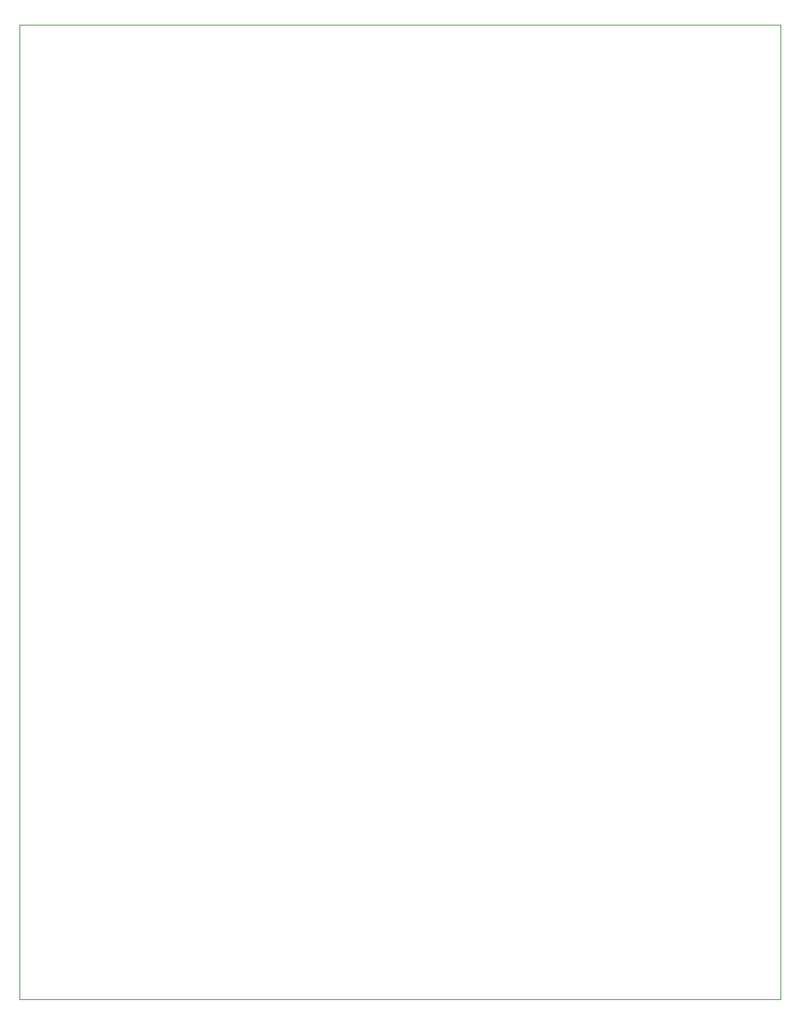
<source format=gbr>
%TF.GenerationSoftware,KiCad,Pcbnew,8.0.2*%
%TF.CreationDate,2024-06-24T22:12:58+02:00*%
%TF.ProjectId,Robo_V2.1,526f626f-5f56-4322-9e31-2e6b69636164,rev?*%
%TF.SameCoordinates,Original*%
%TF.FileFunction,Profile,NP*%
%FSLAX46Y46*%
G04 Gerber Fmt 4.6, Leading zero omitted, Abs format (unit mm)*
G04 Created by KiCad (PCBNEW 8.0.2) date 2024-06-24 22:12:58*
%MOMM*%
%LPD*%
G01*
G04 APERTURE LIST*
%TA.AperFunction,Profile*%
%ADD10C,0.050000*%
%TD*%
G04 APERTURE END LIST*
D10*
X100000000Y-50000000D02*
X186000000Y-50000000D01*
X186000000Y-160000000D01*
X100000000Y-160000000D01*
X100000000Y-50000000D01*
M02*

</source>
